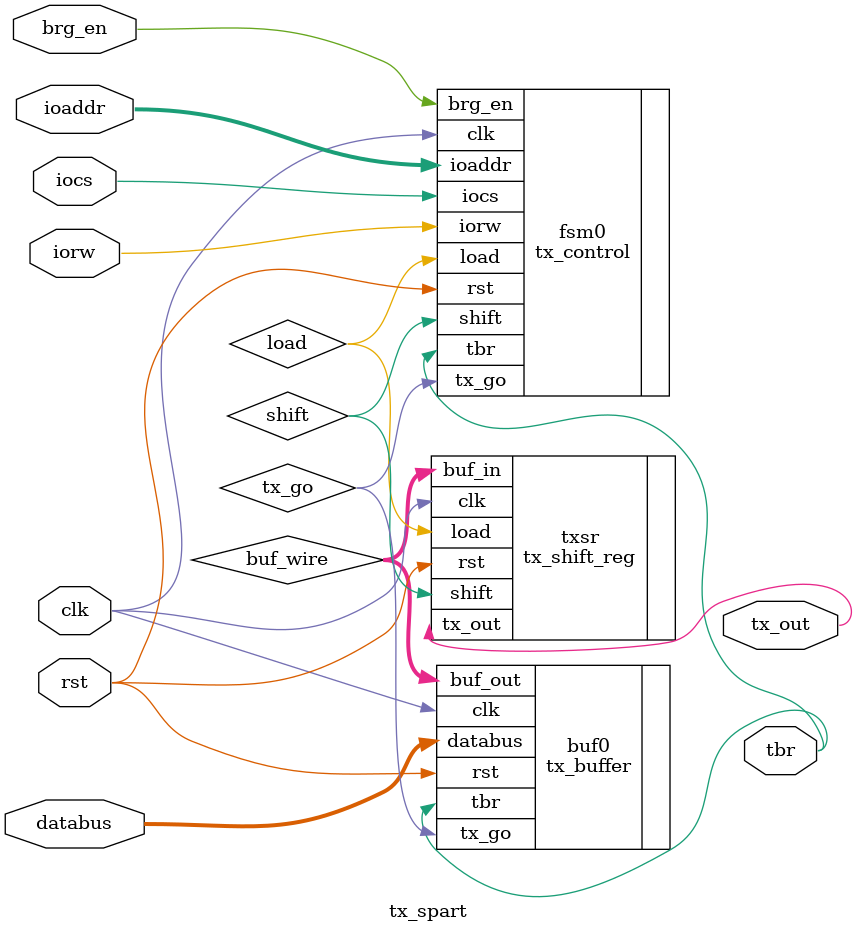
<source format=v>
`default_nettype none

module tx_spart (input wire [7:0] databus, input wire brg_en, clk, rst, iocs, 
				iorw, input wire [1:0] ioaddr, output wire tx_out, tbr);
	
	wire tx_go, shift, load;	
	wire [7:0] buf_wire;
	
	tx_buffer buf0 (.tx_go(tx_go), .clk(clk), .rst(rst), .tbr(tbr),
					 .databus(databus), .buf_out(buf_wire));

	tx_control fsm0( .ioaddr(ioaddr), .iorw(iorw), .iocs(iocs),
					.brg_en(brg_en), .clk(clk), .rst(rst),
					.tbr(tbr), .shift(shift), .load(load),
					.tx_go(tx_go));

	tx_shift_reg txsr (.shift(shift), .load(load), .clk(clk), .rst(rst),
					 .buf_in(buf_wire), .tx_out(tx_out));

endmodule

</source>
